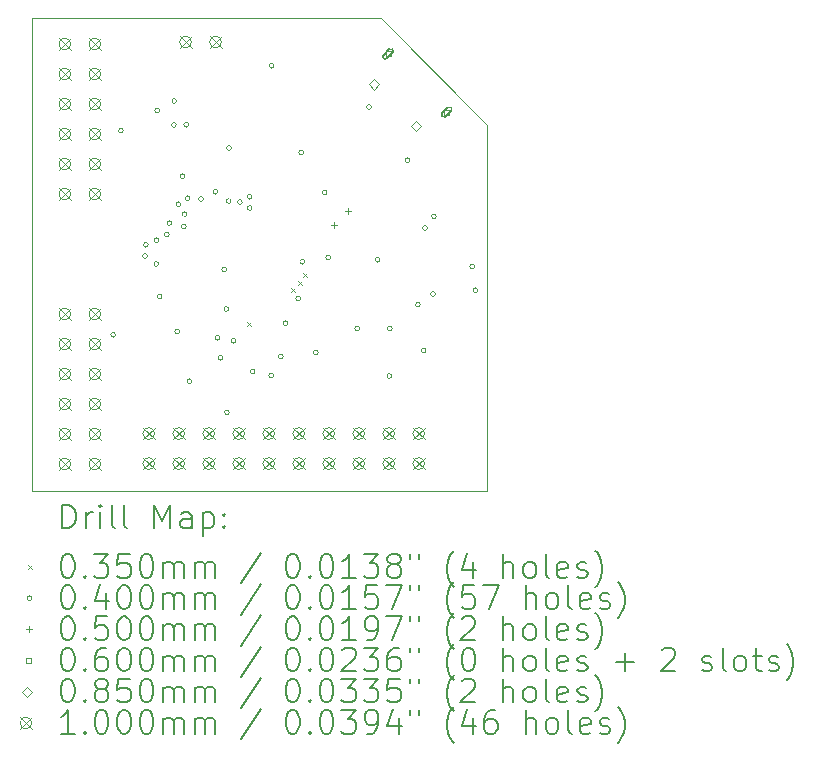
<source format=gbr>
%FSLAX45Y45*%
G04 Gerber Fmt 4.5, Leading zero omitted, Abs format (unit mm)*
G04 Created by KiCad (PCBNEW (6.0.0-0)) date 2022-07-07 12:11:14*
%MOMM*%
%LPD*%
G01*
G04 APERTURE LIST*
%TA.AperFunction,Profile*%
%ADD10C,0.100000*%
%TD*%
%ADD11C,0.200000*%
%ADD12C,0.035000*%
%ADD13C,0.040000*%
%ADD14C,0.050000*%
%ADD15C,0.060000*%
%ADD16C,0.085000*%
%ADD17C,0.100000*%
G04 APERTURE END LIST*
D10*
X11450000Y-8050000D02*
X11450000Y-11150000D01*
X11450000Y-11150000D02*
X7600000Y-11150000D01*
X7600000Y-11150000D02*
X7600000Y-7150000D01*
X7600000Y-7150000D02*
X10550000Y-7150000D01*
X10550000Y-7150000D02*
X11450000Y-8050000D01*
D11*
D12*
X9417500Y-9720000D02*
X9452500Y-9755000D01*
X9452500Y-9720000D02*
X9417500Y-9755000D01*
X9789995Y-9429995D02*
X9824995Y-9464995D01*
X9824995Y-9429995D02*
X9789995Y-9464995D01*
X9850244Y-9371490D02*
X9885244Y-9406490D01*
X9885244Y-9371490D02*
X9850244Y-9406490D01*
X9887500Y-9302500D02*
X9922500Y-9337500D01*
X9922500Y-9302500D02*
X9887500Y-9337500D01*
D13*
X8303410Y-9828722D02*
G75*
G03*
X8303410Y-9828722I-20000J0D01*
G01*
X8370000Y-8100000D02*
G75*
G03*
X8370000Y-8100000I-20000J0D01*
G01*
X8572450Y-9160936D02*
G75*
G03*
X8572450Y-9160936I-20000J0D01*
G01*
X8581026Y-9066373D02*
G75*
G03*
X8581026Y-9066373I-20000J0D01*
G01*
X8668795Y-9228386D02*
G75*
G03*
X8668795Y-9228386I-20000J0D01*
G01*
X8670653Y-9026816D02*
G75*
G03*
X8670653Y-9026816I-20000J0D01*
G01*
X8677630Y-7929829D02*
G75*
G03*
X8677630Y-7929829I-20000J0D01*
G01*
X8697500Y-9505000D02*
G75*
G03*
X8697500Y-9505000I-20000J0D01*
G01*
X8758700Y-8979510D02*
G75*
G03*
X8758700Y-8979510I-20000J0D01*
G01*
X8780623Y-8881993D02*
G75*
G03*
X8780623Y-8881993I-20000J0D01*
G01*
X8817450Y-8051230D02*
G75*
G03*
X8817450Y-8051230I-20000J0D01*
G01*
X8821230Y-7848770D02*
G75*
G03*
X8821230Y-7848770I-20000J0D01*
G01*
X8846313Y-9800000D02*
G75*
G03*
X8846313Y-9800000I-20000J0D01*
G01*
X8855557Y-8721968D02*
G75*
G03*
X8855557Y-8721968I-20000J0D01*
G01*
X8892500Y-8485000D02*
G75*
G03*
X8892500Y-8485000I-20000J0D01*
G01*
X8901686Y-8912367D02*
G75*
G03*
X8901686Y-8912367I-20000J0D01*
G01*
X8909083Y-8806055D02*
G75*
G03*
X8909083Y-8806055I-20000J0D01*
G01*
X8922550Y-8050000D02*
G75*
G03*
X8922550Y-8050000I-20000J0D01*
G01*
X8935767Y-8671155D02*
G75*
G03*
X8935767Y-8671155I-20000J0D01*
G01*
X8950000Y-10222500D02*
G75*
G03*
X8950000Y-10222500I-20000J0D01*
G01*
X9047599Y-8678732D02*
G75*
G03*
X9047599Y-8678732I-20000J0D01*
G01*
X9168672Y-8618583D02*
G75*
G03*
X9168672Y-8618583I-20000J0D01*
G01*
X9187600Y-9853828D02*
G75*
G03*
X9187600Y-9853828I-20000J0D01*
G01*
X9212500Y-10022500D02*
G75*
G03*
X9212500Y-10022500I-20000J0D01*
G01*
X9245000Y-9275000D02*
G75*
G03*
X9245000Y-9275000I-20000J0D01*
G01*
X9262500Y-9610000D02*
G75*
G03*
X9262500Y-9610000I-20000J0D01*
G01*
X9267500Y-10485000D02*
G75*
G03*
X9267500Y-10485000I-20000J0D01*
G01*
X9281995Y-8696038D02*
G75*
G03*
X9281995Y-8696038I-20000J0D01*
G01*
X9285000Y-8247500D02*
G75*
G03*
X9285000Y-8247500I-20000J0D01*
G01*
X9322500Y-9880000D02*
G75*
G03*
X9322500Y-9880000I-20000J0D01*
G01*
X9376565Y-8704521D02*
G75*
G03*
X9376565Y-8704521I-20000J0D01*
G01*
X9460099Y-8754331D02*
G75*
G03*
X9460099Y-8754331I-20000J0D01*
G01*
X9460099Y-8659380D02*
G75*
G03*
X9460099Y-8659380I-20000J0D01*
G01*
X9484675Y-10139675D02*
G75*
G03*
X9484675Y-10139675I-20000J0D01*
G01*
X9642500Y-10172500D02*
G75*
G03*
X9642500Y-10172500I-20000J0D01*
G01*
X9645000Y-7550000D02*
G75*
G03*
X9645000Y-7550000I-20000J0D01*
G01*
X9724056Y-10010944D02*
G75*
G03*
X9724056Y-10010944I-20000J0D01*
G01*
X9762500Y-9730000D02*
G75*
G03*
X9762500Y-9730000I-20000J0D01*
G01*
X9870275Y-9520887D02*
G75*
G03*
X9870275Y-9520887I-20000J0D01*
G01*
X9895000Y-8285000D02*
G75*
G03*
X9895000Y-8285000I-20000J0D01*
G01*
X9905000Y-9210000D02*
G75*
G03*
X9905000Y-9210000I-20000J0D01*
G01*
X10020000Y-9980000D02*
G75*
G03*
X10020000Y-9980000I-20000J0D01*
G01*
X10095000Y-8625000D02*
G75*
G03*
X10095000Y-8625000I-20000J0D01*
G01*
X10125000Y-9175000D02*
G75*
G03*
X10125000Y-9175000I-20000J0D01*
G01*
X10370000Y-9775000D02*
G75*
G03*
X10370000Y-9775000I-20000J0D01*
G01*
X10470000Y-7900000D02*
G75*
G03*
X10470000Y-7900000I-20000J0D01*
G01*
X10542500Y-9192500D02*
G75*
G03*
X10542500Y-9192500I-20000J0D01*
G01*
X10642500Y-10177500D02*
G75*
G03*
X10642500Y-10177500I-20000J0D01*
G01*
X10645000Y-9775000D02*
G75*
G03*
X10645000Y-9775000I-20000J0D01*
G01*
X10795000Y-8350000D02*
G75*
G03*
X10795000Y-8350000I-20000J0D01*
G01*
X10884420Y-9572747D02*
G75*
G03*
X10884420Y-9572747I-20000J0D01*
G01*
X10932500Y-9962500D02*
G75*
G03*
X10932500Y-9962500I-20000J0D01*
G01*
X10945000Y-8925000D02*
G75*
G03*
X10945000Y-8925000I-20000J0D01*
G01*
X11011272Y-9482945D02*
G75*
G03*
X11011272Y-9482945I-20000J0D01*
G01*
X11020000Y-8825000D02*
G75*
G03*
X11020000Y-8825000I-20000J0D01*
G01*
X11345000Y-9250000D02*
G75*
G03*
X11345000Y-9250000I-20000J0D01*
G01*
X11370000Y-9450000D02*
G75*
G03*
X11370000Y-9450000I-20000J0D01*
G01*
D14*
X10150000Y-8875000D02*
X10150000Y-8925000D01*
X10125000Y-8900000D02*
X10175000Y-8900000D01*
X10270208Y-8754792D02*
X10270208Y-8804792D01*
X10245208Y-8779792D02*
X10295208Y-8779792D01*
D15*
X10634060Y-7468790D02*
X10634060Y-7426363D01*
X10591634Y-7426363D01*
X10591634Y-7468790D01*
X10634060Y-7468790D01*
D11*
X10602240Y-7486468D02*
X10651738Y-7436970D01*
X10573956Y-7458183D02*
X10623454Y-7408686D01*
X10651738Y-7436970D02*
G75*
G03*
X10623454Y-7408686I-14142J14142D01*
G01*
X10573956Y-7458183D02*
G75*
G03*
X10602240Y-7486467I14142J-14142D01*
G01*
D15*
X11129035Y-7963765D02*
X11129035Y-7921338D01*
X11086608Y-7921338D01*
X11086608Y-7963765D01*
X11129035Y-7963765D01*
D11*
X11118428Y-7903660D02*
X11068931Y-7953158D01*
X11146713Y-7931945D02*
X11097215Y-7981442D01*
X11068931Y-7953158D02*
G75*
G03*
X11097215Y-7981442I14142J-14142D01*
G01*
X11146713Y-7931945D02*
G75*
G03*
X11118428Y-7903661I-14142J14142D01*
G01*
D16*
X10492639Y-7751706D02*
X10535139Y-7709206D01*
X10492639Y-7666706D01*
X10450139Y-7709206D01*
X10492639Y-7751706D01*
X10846192Y-8105260D02*
X10888692Y-8062760D01*
X10846192Y-8020260D01*
X10803692Y-8062760D01*
X10846192Y-8105260D01*
D17*
X7824000Y-7316000D02*
X7924000Y-7416000D01*
X7924000Y-7316000D02*
X7824000Y-7416000D01*
X7924000Y-7366000D02*
G75*
G03*
X7924000Y-7366000I-50000J0D01*
G01*
X7824000Y-7570000D02*
X7924000Y-7670000D01*
X7924000Y-7570000D02*
X7824000Y-7670000D01*
X7924000Y-7620000D02*
G75*
G03*
X7924000Y-7620000I-50000J0D01*
G01*
X7824000Y-7824000D02*
X7924000Y-7924000D01*
X7924000Y-7824000D02*
X7824000Y-7924000D01*
X7924000Y-7874000D02*
G75*
G03*
X7924000Y-7874000I-50000J0D01*
G01*
X7824000Y-8078000D02*
X7924000Y-8178000D01*
X7924000Y-8078000D02*
X7824000Y-8178000D01*
X7924000Y-8128000D02*
G75*
G03*
X7924000Y-8128000I-50000J0D01*
G01*
X7824000Y-8332000D02*
X7924000Y-8432000D01*
X7924000Y-8332000D02*
X7824000Y-8432000D01*
X7924000Y-8382000D02*
G75*
G03*
X7924000Y-8382000I-50000J0D01*
G01*
X7824000Y-8586000D02*
X7924000Y-8686000D01*
X7924000Y-8586000D02*
X7824000Y-8686000D01*
X7924000Y-8636000D02*
G75*
G03*
X7924000Y-8636000I-50000J0D01*
G01*
X7824000Y-9602000D02*
X7924000Y-9702000D01*
X7924000Y-9602000D02*
X7824000Y-9702000D01*
X7924000Y-9652000D02*
G75*
G03*
X7924000Y-9652000I-50000J0D01*
G01*
X7824000Y-9856000D02*
X7924000Y-9956000D01*
X7924000Y-9856000D02*
X7824000Y-9956000D01*
X7924000Y-9906000D02*
G75*
G03*
X7924000Y-9906000I-50000J0D01*
G01*
X7824000Y-10110000D02*
X7924000Y-10210000D01*
X7924000Y-10110000D02*
X7824000Y-10210000D01*
X7924000Y-10160000D02*
G75*
G03*
X7924000Y-10160000I-50000J0D01*
G01*
X7824000Y-10364000D02*
X7924000Y-10464000D01*
X7924000Y-10364000D02*
X7824000Y-10464000D01*
X7924000Y-10414000D02*
G75*
G03*
X7924000Y-10414000I-50000J0D01*
G01*
X7824000Y-10618000D02*
X7924000Y-10718000D01*
X7924000Y-10618000D02*
X7824000Y-10718000D01*
X7924000Y-10668000D02*
G75*
G03*
X7924000Y-10668000I-50000J0D01*
G01*
X7824000Y-10872000D02*
X7924000Y-10972000D01*
X7924000Y-10872000D02*
X7824000Y-10972000D01*
X7924000Y-10922000D02*
G75*
G03*
X7924000Y-10922000I-50000J0D01*
G01*
X8078000Y-7316000D02*
X8178000Y-7416000D01*
X8178000Y-7316000D02*
X8078000Y-7416000D01*
X8178000Y-7366000D02*
G75*
G03*
X8178000Y-7366000I-50000J0D01*
G01*
X8078000Y-7570000D02*
X8178000Y-7670000D01*
X8178000Y-7570000D02*
X8078000Y-7670000D01*
X8178000Y-7620000D02*
G75*
G03*
X8178000Y-7620000I-50000J0D01*
G01*
X8078000Y-7824000D02*
X8178000Y-7924000D01*
X8178000Y-7824000D02*
X8078000Y-7924000D01*
X8178000Y-7874000D02*
G75*
G03*
X8178000Y-7874000I-50000J0D01*
G01*
X8078000Y-8078000D02*
X8178000Y-8178000D01*
X8178000Y-8078000D02*
X8078000Y-8178000D01*
X8178000Y-8128000D02*
G75*
G03*
X8178000Y-8128000I-50000J0D01*
G01*
X8078000Y-8332000D02*
X8178000Y-8432000D01*
X8178000Y-8332000D02*
X8078000Y-8432000D01*
X8178000Y-8382000D02*
G75*
G03*
X8178000Y-8382000I-50000J0D01*
G01*
X8078000Y-8586000D02*
X8178000Y-8686000D01*
X8178000Y-8586000D02*
X8078000Y-8686000D01*
X8178000Y-8636000D02*
G75*
G03*
X8178000Y-8636000I-50000J0D01*
G01*
X8078000Y-9602000D02*
X8178000Y-9702000D01*
X8178000Y-9602000D02*
X8078000Y-9702000D01*
X8178000Y-9652000D02*
G75*
G03*
X8178000Y-9652000I-50000J0D01*
G01*
X8078000Y-9856000D02*
X8178000Y-9956000D01*
X8178000Y-9856000D02*
X8078000Y-9956000D01*
X8178000Y-9906000D02*
G75*
G03*
X8178000Y-9906000I-50000J0D01*
G01*
X8078000Y-10110000D02*
X8178000Y-10210000D01*
X8178000Y-10110000D02*
X8078000Y-10210000D01*
X8178000Y-10160000D02*
G75*
G03*
X8178000Y-10160000I-50000J0D01*
G01*
X8078000Y-10364000D02*
X8178000Y-10464000D01*
X8178000Y-10364000D02*
X8078000Y-10464000D01*
X8178000Y-10414000D02*
G75*
G03*
X8178000Y-10414000I-50000J0D01*
G01*
X8078000Y-10618000D02*
X8178000Y-10718000D01*
X8178000Y-10618000D02*
X8078000Y-10718000D01*
X8178000Y-10668000D02*
G75*
G03*
X8178000Y-10668000I-50000J0D01*
G01*
X8078000Y-10872000D02*
X8178000Y-10972000D01*
X8178000Y-10872000D02*
X8078000Y-10972000D01*
X8178000Y-10922000D02*
G75*
G03*
X8178000Y-10922000I-50000J0D01*
G01*
X8535200Y-10614800D02*
X8635200Y-10714800D01*
X8635200Y-10614800D02*
X8535200Y-10714800D01*
X8635200Y-10664800D02*
G75*
G03*
X8635200Y-10664800I-50000J0D01*
G01*
X8535200Y-10868800D02*
X8635200Y-10968800D01*
X8635200Y-10868800D02*
X8535200Y-10968800D01*
X8635200Y-10918800D02*
G75*
G03*
X8635200Y-10918800I-50000J0D01*
G01*
X8789200Y-10614800D02*
X8889200Y-10714800D01*
X8889200Y-10614800D02*
X8789200Y-10714800D01*
X8889200Y-10664800D02*
G75*
G03*
X8889200Y-10664800I-50000J0D01*
G01*
X8789200Y-10868800D02*
X8889200Y-10968800D01*
X8889200Y-10868800D02*
X8789200Y-10968800D01*
X8889200Y-10918800D02*
G75*
G03*
X8889200Y-10918800I-50000J0D01*
G01*
X8847500Y-7300000D02*
X8947500Y-7400000D01*
X8947500Y-7300000D02*
X8847500Y-7400000D01*
X8947500Y-7350000D02*
G75*
G03*
X8947500Y-7350000I-50000J0D01*
G01*
X9043200Y-10614800D02*
X9143200Y-10714800D01*
X9143200Y-10614800D02*
X9043200Y-10714800D01*
X9143200Y-10664800D02*
G75*
G03*
X9143200Y-10664800I-50000J0D01*
G01*
X9043200Y-10868800D02*
X9143200Y-10968800D01*
X9143200Y-10868800D02*
X9043200Y-10968800D01*
X9143200Y-10918800D02*
G75*
G03*
X9143200Y-10918800I-50000J0D01*
G01*
X9101500Y-7300000D02*
X9201500Y-7400000D01*
X9201500Y-7300000D02*
X9101500Y-7400000D01*
X9201500Y-7350000D02*
G75*
G03*
X9201500Y-7350000I-50000J0D01*
G01*
X9297200Y-10614800D02*
X9397200Y-10714800D01*
X9397200Y-10614800D02*
X9297200Y-10714800D01*
X9397200Y-10664800D02*
G75*
G03*
X9397200Y-10664800I-50000J0D01*
G01*
X9297200Y-10868800D02*
X9397200Y-10968800D01*
X9397200Y-10868800D02*
X9297200Y-10968800D01*
X9397200Y-10918800D02*
G75*
G03*
X9397200Y-10918800I-50000J0D01*
G01*
X9551200Y-10614800D02*
X9651200Y-10714800D01*
X9651200Y-10614800D02*
X9551200Y-10714800D01*
X9651200Y-10664800D02*
G75*
G03*
X9651200Y-10664800I-50000J0D01*
G01*
X9551200Y-10868800D02*
X9651200Y-10968800D01*
X9651200Y-10868800D02*
X9551200Y-10968800D01*
X9651200Y-10918800D02*
G75*
G03*
X9651200Y-10918800I-50000J0D01*
G01*
X9805200Y-10614800D02*
X9905200Y-10714800D01*
X9905200Y-10614800D02*
X9805200Y-10714800D01*
X9905200Y-10664800D02*
G75*
G03*
X9905200Y-10664800I-50000J0D01*
G01*
X9805200Y-10868800D02*
X9905200Y-10968800D01*
X9905200Y-10868800D02*
X9805200Y-10968800D01*
X9905200Y-10918800D02*
G75*
G03*
X9905200Y-10918800I-50000J0D01*
G01*
X10059200Y-10614800D02*
X10159200Y-10714800D01*
X10159200Y-10614800D02*
X10059200Y-10714800D01*
X10159200Y-10664800D02*
G75*
G03*
X10159200Y-10664800I-50000J0D01*
G01*
X10059200Y-10868800D02*
X10159200Y-10968800D01*
X10159200Y-10868800D02*
X10059200Y-10968800D01*
X10159200Y-10918800D02*
G75*
G03*
X10159200Y-10918800I-50000J0D01*
G01*
X10313200Y-10614800D02*
X10413200Y-10714800D01*
X10413200Y-10614800D02*
X10313200Y-10714800D01*
X10413200Y-10664800D02*
G75*
G03*
X10413200Y-10664800I-50000J0D01*
G01*
X10313200Y-10868800D02*
X10413200Y-10968800D01*
X10413200Y-10868800D02*
X10313200Y-10968800D01*
X10413200Y-10918800D02*
G75*
G03*
X10413200Y-10918800I-50000J0D01*
G01*
X10567200Y-10614800D02*
X10667200Y-10714800D01*
X10667200Y-10614800D02*
X10567200Y-10714800D01*
X10667200Y-10664800D02*
G75*
G03*
X10667200Y-10664800I-50000J0D01*
G01*
X10567200Y-10868800D02*
X10667200Y-10968800D01*
X10667200Y-10868800D02*
X10567200Y-10968800D01*
X10667200Y-10918800D02*
G75*
G03*
X10667200Y-10918800I-50000J0D01*
G01*
X10821200Y-10614800D02*
X10921200Y-10714800D01*
X10921200Y-10614800D02*
X10821200Y-10714800D01*
X10921200Y-10664800D02*
G75*
G03*
X10921200Y-10664800I-50000J0D01*
G01*
X10821200Y-10868800D02*
X10921200Y-10968800D01*
X10921200Y-10868800D02*
X10821200Y-10968800D01*
X10921200Y-10918800D02*
G75*
G03*
X10921200Y-10918800I-50000J0D01*
G01*
D11*
X7852619Y-11465476D02*
X7852619Y-11265476D01*
X7900238Y-11265476D01*
X7928809Y-11275000D01*
X7947857Y-11294048D01*
X7957381Y-11313095D01*
X7966905Y-11351190D01*
X7966905Y-11379762D01*
X7957381Y-11417857D01*
X7947857Y-11436905D01*
X7928809Y-11455952D01*
X7900238Y-11465476D01*
X7852619Y-11465476D01*
X8052619Y-11465476D02*
X8052619Y-11332143D01*
X8052619Y-11370238D02*
X8062143Y-11351190D01*
X8071667Y-11341667D01*
X8090714Y-11332143D01*
X8109762Y-11332143D01*
X8176428Y-11465476D02*
X8176428Y-11332143D01*
X8176428Y-11265476D02*
X8166905Y-11275000D01*
X8176428Y-11284524D01*
X8185952Y-11275000D01*
X8176428Y-11265476D01*
X8176428Y-11284524D01*
X8300238Y-11465476D02*
X8281190Y-11455952D01*
X8271667Y-11436905D01*
X8271667Y-11265476D01*
X8405000Y-11465476D02*
X8385952Y-11455952D01*
X8376428Y-11436905D01*
X8376428Y-11265476D01*
X8633571Y-11465476D02*
X8633571Y-11265476D01*
X8700238Y-11408333D01*
X8766905Y-11265476D01*
X8766905Y-11465476D01*
X8947857Y-11465476D02*
X8947857Y-11360714D01*
X8938333Y-11341667D01*
X8919286Y-11332143D01*
X8881190Y-11332143D01*
X8862143Y-11341667D01*
X8947857Y-11455952D02*
X8928810Y-11465476D01*
X8881190Y-11465476D01*
X8862143Y-11455952D01*
X8852619Y-11436905D01*
X8852619Y-11417857D01*
X8862143Y-11398809D01*
X8881190Y-11389286D01*
X8928810Y-11389286D01*
X8947857Y-11379762D01*
X9043095Y-11332143D02*
X9043095Y-11532143D01*
X9043095Y-11341667D02*
X9062143Y-11332143D01*
X9100238Y-11332143D01*
X9119286Y-11341667D01*
X9128810Y-11351190D01*
X9138333Y-11370238D01*
X9138333Y-11427381D01*
X9128810Y-11446428D01*
X9119286Y-11455952D01*
X9100238Y-11465476D01*
X9062143Y-11465476D01*
X9043095Y-11455952D01*
X9224048Y-11446428D02*
X9233571Y-11455952D01*
X9224048Y-11465476D01*
X9214524Y-11455952D01*
X9224048Y-11446428D01*
X9224048Y-11465476D01*
X9224048Y-11341667D02*
X9233571Y-11351190D01*
X9224048Y-11360714D01*
X9214524Y-11351190D01*
X9224048Y-11341667D01*
X9224048Y-11360714D01*
D12*
X7560000Y-11777500D02*
X7595000Y-11812500D01*
X7595000Y-11777500D02*
X7560000Y-11812500D01*
D11*
X7890714Y-11685476D02*
X7909762Y-11685476D01*
X7928809Y-11695000D01*
X7938333Y-11704524D01*
X7947857Y-11723571D01*
X7957381Y-11761667D01*
X7957381Y-11809286D01*
X7947857Y-11847381D01*
X7938333Y-11866428D01*
X7928809Y-11875952D01*
X7909762Y-11885476D01*
X7890714Y-11885476D01*
X7871667Y-11875952D01*
X7862143Y-11866428D01*
X7852619Y-11847381D01*
X7843095Y-11809286D01*
X7843095Y-11761667D01*
X7852619Y-11723571D01*
X7862143Y-11704524D01*
X7871667Y-11695000D01*
X7890714Y-11685476D01*
X8043095Y-11866428D02*
X8052619Y-11875952D01*
X8043095Y-11885476D01*
X8033571Y-11875952D01*
X8043095Y-11866428D01*
X8043095Y-11885476D01*
X8119286Y-11685476D02*
X8243095Y-11685476D01*
X8176428Y-11761667D01*
X8205000Y-11761667D01*
X8224048Y-11771190D01*
X8233571Y-11780714D01*
X8243095Y-11799762D01*
X8243095Y-11847381D01*
X8233571Y-11866428D01*
X8224048Y-11875952D01*
X8205000Y-11885476D01*
X8147857Y-11885476D01*
X8128809Y-11875952D01*
X8119286Y-11866428D01*
X8424048Y-11685476D02*
X8328809Y-11685476D01*
X8319286Y-11780714D01*
X8328809Y-11771190D01*
X8347857Y-11761667D01*
X8395476Y-11761667D01*
X8414524Y-11771190D01*
X8424048Y-11780714D01*
X8433571Y-11799762D01*
X8433571Y-11847381D01*
X8424048Y-11866428D01*
X8414524Y-11875952D01*
X8395476Y-11885476D01*
X8347857Y-11885476D01*
X8328809Y-11875952D01*
X8319286Y-11866428D01*
X8557381Y-11685476D02*
X8576429Y-11685476D01*
X8595476Y-11695000D01*
X8605000Y-11704524D01*
X8614524Y-11723571D01*
X8624048Y-11761667D01*
X8624048Y-11809286D01*
X8614524Y-11847381D01*
X8605000Y-11866428D01*
X8595476Y-11875952D01*
X8576429Y-11885476D01*
X8557381Y-11885476D01*
X8538333Y-11875952D01*
X8528810Y-11866428D01*
X8519286Y-11847381D01*
X8509762Y-11809286D01*
X8509762Y-11761667D01*
X8519286Y-11723571D01*
X8528810Y-11704524D01*
X8538333Y-11695000D01*
X8557381Y-11685476D01*
X8709762Y-11885476D02*
X8709762Y-11752143D01*
X8709762Y-11771190D02*
X8719286Y-11761667D01*
X8738333Y-11752143D01*
X8766905Y-11752143D01*
X8785952Y-11761667D01*
X8795476Y-11780714D01*
X8795476Y-11885476D01*
X8795476Y-11780714D02*
X8805000Y-11761667D01*
X8824048Y-11752143D01*
X8852619Y-11752143D01*
X8871667Y-11761667D01*
X8881190Y-11780714D01*
X8881190Y-11885476D01*
X8976429Y-11885476D02*
X8976429Y-11752143D01*
X8976429Y-11771190D02*
X8985952Y-11761667D01*
X9005000Y-11752143D01*
X9033571Y-11752143D01*
X9052619Y-11761667D01*
X9062143Y-11780714D01*
X9062143Y-11885476D01*
X9062143Y-11780714D02*
X9071667Y-11761667D01*
X9090714Y-11752143D01*
X9119286Y-11752143D01*
X9138333Y-11761667D01*
X9147857Y-11780714D01*
X9147857Y-11885476D01*
X9538333Y-11675952D02*
X9366905Y-11933095D01*
X9795476Y-11685476D02*
X9814524Y-11685476D01*
X9833571Y-11695000D01*
X9843095Y-11704524D01*
X9852619Y-11723571D01*
X9862143Y-11761667D01*
X9862143Y-11809286D01*
X9852619Y-11847381D01*
X9843095Y-11866428D01*
X9833571Y-11875952D01*
X9814524Y-11885476D01*
X9795476Y-11885476D01*
X9776429Y-11875952D01*
X9766905Y-11866428D01*
X9757381Y-11847381D01*
X9747857Y-11809286D01*
X9747857Y-11761667D01*
X9757381Y-11723571D01*
X9766905Y-11704524D01*
X9776429Y-11695000D01*
X9795476Y-11685476D01*
X9947857Y-11866428D02*
X9957381Y-11875952D01*
X9947857Y-11885476D01*
X9938333Y-11875952D01*
X9947857Y-11866428D01*
X9947857Y-11885476D01*
X10081190Y-11685476D02*
X10100238Y-11685476D01*
X10119286Y-11695000D01*
X10128810Y-11704524D01*
X10138333Y-11723571D01*
X10147857Y-11761667D01*
X10147857Y-11809286D01*
X10138333Y-11847381D01*
X10128810Y-11866428D01*
X10119286Y-11875952D01*
X10100238Y-11885476D01*
X10081190Y-11885476D01*
X10062143Y-11875952D01*
X10052619Y-11866428D01*
X10043095Y-11847381D01*
X10033571Y-11809286D01*
X10033571Y-11761667D01*
X10043095Y-11723571D01*
X10052619Y-11704524D01*
X10062143Y-11695000D01*
X10081190Y-11685476D01*
X10338333Y-11885476D02*
X10224048Y-11885476D01*
X10281190Y-11885476D02*
X10281190Y-11685476D01*
X10262143Y-11714048D01*
X10243095Y-11733095D01*
X10224048Y-11742619D01*
X10405000Y-11685476D02*
X10528810Y-11685476D01*
X10462143Y-11761667D01*
X10490714Y-11761667D01*
X10509762Y-11771190D01*
X10519286Y-11780714D01*
X10528810Y-11799762D01*
X10528810Y-11847381D01*
X10519286Y-11866428D01*
X10509762Y-11875952D01*
X10490714Y-11885476D01*
X10433571Y-11885476D01*
X10414524Y-11875952D01*
X10405000Y-11866428D01*
X10643095Y-11771190D02*
X10624048Y-11761667D01*
X10614524Y-11752143D01*
X10605000Y-11733095D01*
X10605000Y-11723571D01*
X10614524Y-11704524D01*
X10624048Y-11695000D01*
X10643095Y-11685476D01*
X10681190Y-11685476D01*
X10700238Y-11695000D01*
X10709762Y-11704524D01*
X10719286Y-11723571D01*
X10719286Y-11733095D01*
X10709762Y-11752143D01*
X10700238Y-11761667D01*
X10681190Y-11771190D01*
X10643095Y-11771190D01*
X10624048Y-11780714D01*
X10614524Y-11790238D01*
X10605000Y-11809286D01*
X10605000Y-11847381D01*
X10614524Y-11866428D01*
X10624048Y-11875952D01*
X10643095Y-11885476D01*
X10681190Y-11885476D01*
X10700238Y-11875952D01*
X10709762Y-11866428D01*
X10719286Y-11847381D01*
X10719286Y-11809286D01*
X10709762Y-11790238D01*
X10700238Y-11780714D01*
X10681190Y-11771190D01*
X10795476Y-11685476D02*
X10795476Y-11723571D01*
X10871667Y-11685476D02*
X10871667Y-11723571D01*
X11166905Y-11961667D02*
X11157381Y-11952143D01*
X11138333Y-11923571D01*
X11128810Y-11904524D01*
X11119286Y-11875952D01*
X11109762Y-11828333D01*
X11109762Y-11790238D01*
X11119286Y-11742619D01*
X11128810Y-11714048D01*
X11138333Y-11695000D01*
X11157381Y-11666428D01*
X11166905Y-11656905D01*
X11328809Y-11752143D02*
X11328809Y-11885476D01*
X11281190Y-11675952D02*
X11233571Y-11818809D01*
X11357381Y-11818809D01*
X11585952Y-11885476D02*
X11585952Y-11685476D01*
X11671667Y-11885476D02*
X11671667Y-11780714D01*
X11662143Y-11761667D01*
X11643095Y-11752143D01*
X11614524Y-11752143D01*
X11595476Y-11761667D01*
X11585952Y-11771190D01*
X11795476Y-11885476D02*
X11776428Y-11875952D01*
X11766905Y-11866428D01*
X11757381Y-11847381D01*
X11757381Y-11790238D01*
X11766905Y-11771190D01*
X11776428Y-11761667D01*
X11795476Y-11752143D01*
X11824048Y-11752143D01*
X11843095Y-11761667D01*
X11852619Y-11771190D01*
X11862143Y-11790238D01*
X11862143Y-11847381D01*
X11852619Y-11866428D01*
X11843095Y-11875952D01*
X11824048Y-11885476D01*
X11795476Y-11885476D01*
X11976428Y-11885476D02*
X11957381Y-11875952D01*
X11947857Y-11856905D01*
X11947857Y-11685476D01*
X12128809Y-11875952D02*
X12109762Y-11885476D01*
X12071667Y-11885476D01*
X12052619Y-11875952D01*
X12043095Y-11856905D01*
X12043095Y-11780714D01*
X12052619Y-11761667D01*
X12071667Y-11752143D01*
X12109762Y-11752143D01*
X12128809Y-11761667D01*
X12138333Y-11780714D01*
X12138333Y-11799762D01*
X12043095Y-11818809D01*
X12214524Y-11875952D02*
X12233571Y-11885476D01*
X12271667Y-11885476D01*
X12290714Y-11875952D01*
X12300238Y-11856905D01*
X12300238Y-11847381D01*
X12290714Y-11828333D01*
X12271667Y-11818809D01*
X12243095Y-11818809D01*
X12224048Y-11809286D01*
X12214524Y-11790238D01*
X12214524Y-11780714D01*
X12224048Y-11761667D01*
X12243095Y-11752143D01*
X12271667Y-11752143D01*
X12290714Y-11761667D01*
X12366905Y-11961667D02*
X12376428Y-11952143D01*
X12395476Y-11923571D01*
X12405000Y-11904524D01*
X12414524Y-11875952D01*
X12424048Y-11828333D01*
X12424048Y-11790238D01*
X12414524Y-11742619D01*
X12405000Y-11714048D01*
X12395476Y-11695000D01*
X12376428Y-11666428D01*
X12366905Y-11656905D01*
D13*
X7595000Y-12059000D02*
G75*
G03*
X7595000Y-12059000I-20000J0D01*
G01*
D11*
X7890714Y-11949476D02*
X7909762Y-11949476D01*
X7928809Y-11959000D01*
X7938333Y-11968524D01*
X7947857Y-11987571D01*
X7957381Y-12025667D01*
X7957381Y-12073286D01*
X7947857Y-12111381D01*
X7938333Y-12130428D01*
X7928809Y-12139952D01*
X7909762Y-12149476D01*
X7890714Y-12149476D01*
X7871667Y-12139952D01*
X7862143Y-12130428D01*
X7852619Y-12111381D01*
X7843095Y-12073286D01*
X7843095Y-12025667D01*
X7852619Y-11987571D01*
X7862143Y-11968524D01*
X7871667Y-11959000D01*
X7890714Y-11949476D01*
X8043095Y-12130428D02*
X8052619Y-12139952D01*
X8043095Y-12149476D01*
X8033571Y-12139952D01*
X8043095Y-12130428D01*
X8043095Y-12149476D01*
X8224048Y-12016143D02*
X8224048Y-12149476D01*
X8176428Y-11939952D02*
X8128809Y-12082809D01*
X8252619Y-12082809D01*
X8366905Y-11949476D02*
X8385952Y-11949476D01*
X8405000Y-11959000D01*
X8414524Y-11968524D01*
X8424048Y-11987571D01*
X8433571Y-12025667D01*
X8433571Y-12073286D01*
X8424048Y-12111381D01*
X8414524Y-12130428D01*
X8405000Y-12139952D01*
X8385952Y-12149476D01*
X8366905Y-12149476D01*
X8347857Y-12139952D01*
X8338333Y-12130428D01*
X8328809Y-12111381D01*
X8319286Y-12073286D01*
X8319286Y-12025667D01*
X8328809Y-11987571D01*
X8338333Y-11968524D01*
X8347857Y-11959000D01*
X8366905Y-11949476D01*
X8557381Y-11949476D02*
X8576429Y-11949476D01*
X8595476Y-11959000D01*
X8605000Y-11968524D01*
X8614524Y-11987571D01*
X8624048Y-12025667D01*
X8624048Y-12073286D01*
X8614524Y-12111381D01*
X8605000Y-12130428D01*
X8595476Y-12139952D01*
X8576429Y-12149476D01*
X8557381Y-12149476D01*
X8538333Y-12139952D01*
X8528810Y-12130428D01*
X8519286Y-12111381D01*
X8509762Y-12073286D01*
X8509762Y-12025667D01*
X8519286Y-11987571D01*
X8528810Y-11968524D01*
X8538333Y-11959000D01*
X8557381Y-11949476D01*
X8709762Y-12149476D02*
X8709762Y-12016143D01*
X8709762Y-12035190D02*
X8719286Y-12025667D01*
X8738333Y-12016143D01*
X8766905Y-12016143D01*
X8785952Y-12025667D01*
X8795476Y-12044714D01*
X8795476Y-12149476D01*
X8795476Y-12044714D02*
X8805000Y-12025667D01*
X8824048Y-12016143D01*
X8852619Y-12016143D01*
X8871667Y-12025667D01*
X8881190Y-12044714D01*
X8881190Y-12149476D01*
X8976429Y-12149476D02*
X8976429Y-12016143D01*
X8976429Y-12035190D02*
X8985952Y-12025667D01*
X9005000Y-12016143D01*
X9033571Y-12016143D01*
X9052619Y-12025667D01*
X9062143Y-12044714D01*
X9062143Y-12149476D01*
X9062143Y-12044714D02*
X9071667Y-12025667D01*
X9090714Y-12016143D01*
X9119286Y-12016143D01*
X9138333Y-12025667D01*
X9147857Y-12044714D01*
X9147857Y-12149476D01*
X9538333Y-11939952D02*
X9366905Y-12197095D01*
X9795476Y-11949476D02*
X9814524Y-11949476D01*
X9833571Y-11959000D01*
X9843095Y-11968524D01*
X9852619Y-11987571D01*
X9862143Y-12025667D01*
X9862143Y-12073286D01*
X9852619Y-12111381D01*
X9843095Y-12130428D01*
X9833571Y-12139952D01*
X9814524Y-12149476D01*
X9795476Y-12149476D01*
X9776429Y-12139952D01*
X9766905Y-12130428D01*
X9757381Y-12111381D01*
X9747857Y-12073286D01*
X9747857Y-12025667D01*
X9757381Y-11987571D01*
X9766905Y-11968524D01*
X9776429Y-11959000D01*
X9795476Y-11949476D01*
X9947857Y-12130428D02*
X9957381Y-12139952D01*
X9947857Y-12149476D01*
X9938333Y-12139952D01*
X9947857Y-12130428D01*
X9947857Y-12149476D01*
X10081190Y-11949476D02*
X10100238Y-11949476D01*
X10119286Y-11959000D01*
X10128810Y-11968524D01*
X10138333Y-11987571D01*
X10147857Y-12025667D01*
X10147857Y-12073286D01*
X10138333Y-12111381D01*
X10128810Y-12130428D01*
X10119286Y-12139952D01*
X10100238Y-12149476D01*
X10081190Y-12149476D01*
X10062143Y-12139952D01*
X10052619Y-12130428D01*
X10043095Y-12111381D01*
X10033571Y-12073286D01*
X10033571Y-12025667D01*
X10043095Y-11987571D01*
X10052619Y-11968524D01*
X10062143Y-11959000D01*
X10081190Y-11949476D01*
X10338333Y-12149476D02*
X10224048Y-12149476D01*
X10281190Y-12149476D02*
X10281190Y-11949476D01*
X10262143Y-11978048D01*
X10243095Y-11997095D01*
X10224048Y-12006619D01*
X10519286Y-11949476D02*
X10424048Y-11949476D01*
X10414524Y-12044714D01*
X10424048Y-12035190D01*
X10443095Y-12025667D01*
X10490714Y-12025667D01*
X10509762Y-12035190D01*
X10519286Y-12044714D01*
X10528810Y-12063762D01*
X10528810Y-12111381D01*
X10519286Y-12130428D01*
X10509762Y-12139952D01*
X10490714Y-12149476D01*
X10443095Y-12149476D01*
X10424048Y-12139952D01*
X10414524Y-12130428D01*
X10595476Y-11949476D02*
X10728810Y-11949476D01*
X10643095Y-12149476D01*
X10795476Y-11949476D02*
X10795476Y-11987571D01*
X10871667Y-11949476D02*
X10871667Y-11987571D01*
X11166905Y-12225667D02*
X11157381Y-12216143D01*
X11138333Y-12187571D01*
X11128810Y-12168524D01*
X11119286Y-12139952D01*
X11109762Y-12092333D01*
X11109762Y-12054238D01*
X11119286Y-12006619D01*
X11128810Y-11978048D01*
X11138333Y-11959000D01*
X11157381Y-11930428D01*
X11166905Y-11920905D01*
X11338333Y-11949476D02*
X11243095Y-11949476D01*
X11233571Y-12044714D01*
X11243095Y-12035190D01*
X11262143Y-12025667D01*
X11309762Y-12025667D01*
X11328809Y-12035190D01*
X11338333Y-12044714D01*
X11347857Y-12063762D01*
X11347857Y-12111381D01*
X11338333Y-12130428D01*
X11328809Y-12139952D01*
X11309762Y-12149476D01*
X11262143Y-12149476D01*
X11243095Y-12139952D01*
X11233571Y-12130428D01*
X11414524Y-11949476D02*
X11547857Y-11949476D01*
X11462143Y-12149476D01*
X11776428Y-12149476D02*
X11776428Y-11949476D01*
X11862143Y-12149476D02*
X11862143Y-12044714D01*
X11852619Y-12025667D01*
X11833571Y-12016143D01*
X11805000Y-12016143D01*
X11785952Y-12025667D01*
X11776428Y-12035190D01*
X11985952Y-12149476D02*
X11966905Y-12139952D01*
X11957381Y-12130428D01*
X11947857Y-12111381D01*
X11947857Y-12054238D01*
X11957381Y-12035190D01*
X11966905Y-12025667D01*
X11985952Y-12016143D01*
X12014524Y-12016143D01*
X12033571Y-12025667D01*
X12043095Y-12035190D01*
X12052619Y-12054238D01*
X12052619Y-12111381D01*
X12043095Y-12130428D01*
X12033571Y-12139952D01*
X12014524Y-12149476D01*
X11985952Y-12149476D01*
X12166905Y-12149476D02*
X12147857Y-12139952D01*
X12138333Y-12120905D01*
X12138333Y-11949476D01*
X12319286Y-12139952D02*
X12300238Y-12149476D01*
X12262143Y-12149476D01*
X12243095Y-12139952D01*
X12233571Y-12120905D01*
X12233571Y-12044714D01*
X12243095Y-12025667D01*
X12262143Y-12016143D01*
X12300238Y-12016143D01*
X12319286Y-12025667D01*
X12328809Y-12044714D01*
X12328809Y-12063762D01*
X12233571Y-12082809D01*
X12405000Y-12139952D02*
X12424048Y-12149476D01*
X12462143Y-12149476D01*
X12481190Y-12139952D01*
X12490714Y-12120905D01*
X12490714Y-12111381D01*
X12481190Y-12092333D01*
X12462143Y-12082809D01*
X12433571Y-12082809D01*
X12414524Y-12073286D01*
X12405000Y-12054238D01*
X12405000Y-12044714D01*
X12414524Y-12025667D01*
X12433571Y-12016143D01*
X12462143Y-12016143D01*
X12481190Y-12025667D01*
X12557381Y-12225667D02*
X12566905Y-12216143D01*
X12585952Y-12187571D01*
X12595476Y-12168524D01*
X12605000Y-12139952D01*
X12614524Y-12092333D01*
X12614524Y-12054238D01*
X12605000Y-12006619D01*
X12595476Y-11978048D01*
X12585952Y-11959000D01*
X12566905Y-11930428D01*
X12557381Y-11920905D01*
D14*
X7570000Y-12298000D02*
X7570000Y-12348000D01*
X7545000Y-12323000D02*
X7595000Y-12323000D01*
D11*
X7890714Y-12213476D02*
X7909762Y-12213476D01*
X7928809Y-12223000D01*
X7938333Y-12232524D01*
X7947857Y-12251571D01*
X7957381Y-12289667D01*
X7957381Y-12337286D01*
X7947857Y-12375381D01*
X7938333Y-12394428D01*
X7928809Y-12403952D01*
X7909762Y-12413476D01*
X7890714Y-12413476D01*
X7871667Y-12403952D01*
X7862143Y-12394428D01*
X7852619Y-12375381D01*
X7843095Y-12337286D01*
X7843095Y-12289667D01*
X7852619Y-12251571D01*
X7862143Y-12232524D01*
X7871667Y-12223000D01*
X7890714Y-12213476D01*
X8043095Y-12394428D02*
X8052619Y-12403952D01*
X8043095Y-12413476D01*
X8033571Y-12403952D01*
X8043095Y-12394428D01*
X8043095Y-12413476D01*
X8233571Y-12213476D02*
X8138333Y-12213476D01*
X8128809Y-12308714D01*
X8138333Y-12299190D01*
X8157381Y-12289667D01*
X8205000Y-12289667D01*
X8224048Y-12299190D01*
X8233571Y-12308714D01*
X8243095Y-12327762D01*
X8243095Y-12375381D01*
X8233571Y-12394428D01*
X8224048Y-12403952D01*
X8205000Y-12413476D01*
X8157381Y-12413476D01*
X8138333Y-12403952D01*
X8128809Y-12394428D01*
X8366905Y-12213476D02*
X8385952Y-12213476D01*
X8405000Y-12223000D01*
X8414524Y-12232524D01*
X8424048Y-12251571D01*
X8433571Y-12289667D01*
X8433571Y-12337286D01*
X8424048Y-12375381D01*
X8414524Y-12394428D01*
X8405000Y-12403952D01*
X8385952Y-12413476D01*
X8366905Y-12413476D01*
X8347857Y-12403952D01*
X8338333Y-12394428D01*
X8328809Y-12375381D01*
X8319286Y-12337286D01*
X8319286Y-12289667D01*
X8328809Y-12251571D01*
X8338333Y-12232524D01*
X8347857Y-12223000D01*
X8366905Y-12213476D01*
X8557381Y-12213476D02*
X8576429Y-12213476D01*
X8595476Y-12223000D01*
X8605000Y-12232524D01*
X8614524Y-12251571D01*
X8624048Y-12289667D01*
X8624048Y-12337286D01*
X8614524Y-12375381D01*
X8605000Y-12394428D01*
X8595476Y-12403952D01*
X8576429Y-12413476D01*
X8557381Y-12413476D01*
X8538333Y-12403952D01*
X8528810Y-12394428D01*
X8519286Y-12375381D01*
X8509762Y-12337286D01*
X8509762Y-12289667D01*
X8519286Y-12251571D01*
X8528810Y-12232524D01*
X8538333Y-12223000D01*
X8557381Y-12213476D01*
X8709762Y-12413476D02*
X8709762Y-12280143D01*
X8709762Y-12299190D02*
X8719286Y-12289667D01*
X8738333Y-12280143D01*
X8766905Y-12280143D01*
X8785952Y-12289667D01*
X8795476Y-12308714D01*
X8795476Y-12413476D01*
X8795476Y-12308714D02*
X8805000Y-12289667D01*
X8824048Y-12280143D01*
X8852619Y-12280143D01*
X8871667Y-12289667D01*
X8881190Y-12308714D01*
X8881190Y-12413476D01*
X8976429Y-12413476D02*
X8976429Y-12280143D01*
X8976429Y-12299190D02*
X8985952Y-12289667D01*
X9005000Y-12280143D01*
X9033571Y-12280143D01*
X9052619Y-12289667D01*
X9062143Y-12308714D01*
X9062143Y-12413476D01*
X9062143Y-12308714D02*
X9071667Y-12289667D01*
X9090714Y-12280143D01*
X9119286Y-12280143D01*
X9138333Y-12289667D01*
X9147857Y-12308714D01*
X9147857Y-12413476D01*
X9538333Y-12203952D02*
X9366905Y-12461095D01*
X9795476Y-12213476D02*
X9814524Y-12213476D01*
X9833571Y-12223000D01*
X9843095Y-12232524D01*
X9852619Y-12251571D01*
X9862143Y-12289667D01*
X9862143Y-12337286D01*
X9852619Y-12375381D01*
X9843095Y-12394428D01*
X9833571Y-12403952D01*
X9814524Y-12413476D01*
X9795476Y-12413476D01*
X9776429Y-12403952D01*
X9766905Y-12394428D01*
X9757381Y-12375381D01*
X9747857Y-12337286D01*
X9747857Y-12289667D01*
X9757381Y-12251571D01*
X9766905Y-12232524D01*
X9776429Y-12223000D01*
X9795476Y-12213476D01*
X9947857Y-12394428D02*
X9957381Y-12403952D01*
X9947857Y-12413476D01*
X9938333Y-12403952D01*
X9947857Y-12394428D01*
X9947857Y-12413476D01*
X10081190Y-12213476D02*
X10100238Y-12213476D01*
X10119286Y-12223000D01*
X10128810Y-12232524D01*
X10138333Y-12251571D01*
X10147857Y-12289667D01*
X10147857Y-12337286D01*
X10138333Y-12375381D01*
X10128810Y-12394428D01*
X10119286Y-12403952D01*
X10100238Y-12413476D01*
X10081190Y-12413476D01*
X10062143Y-12403952D01*
X10052619Y-12394428D01*
X10043095Y-12375381D01*
X10033571Y-12337286D01*
X10033571Y-12289667D01*
X10043095Y-12251571D01*
X10052619Y-12232524D01*
X10062143Y-12223000D01*
X10081190Y-12213476D01*
X10338333Y-12413476D02*
X10224048Y-12413476D01*
X10281190Y-12413476D02*
X10281190Y-12213476D01*
X10262143Y-12242048D01*
X10243095Y-12261095D01*
X10224048Y-12270619D01*
X10433571Y-12413476D02*
X10471667Y-12413476D01*
X10490714Y-12403952D01*
X10500238Y-12394428D01*
X10519286Y-12365857D01*
X10528810Y-12327762D01*
X10528810Y-12251571D01*
X10519286Y-12232524D01*
X10509762Y-12223000D01*
X10490714Y-12213476D01*
X10452619Y-12213476D01*
X10433571Y-12223000D01*
X10424048Y-12232524D01*
X10414524Y-12251571D01*
X10414524Y-12299190D01*
X10424048Y-12318238D01*
X10433571Y-12327762D01*
X10452619Y-12337286D01*
X10490714Y-12337286D01*
X10509762Y-12327762D01*
X10519286Y-12318238D01*
X10528810Y-12299190D01*
X10595476Y-12213476D02*
X10728810Y-12213476D01*
X10643095Y-12413476D01*
X10795476Y-12213476D02*
X10795476Y-12251571D01*
X10871667Y-12213476D02*
X10871667Y-12251571D01*
X11166905Y-12489667D02*
X11157381Y-12480143D01*
X11138333Y-12451571D01*
X11128810Y-12432524D01*
X11119286Y-12403952D01*
X11109762Y-12356333D01*
X11109762Y-12318238D01*
X11119286Y-12270619D01*
X11128810Y-12242048D01*
X11138333Y-12223000D01*
X11157381Y-12194428D01*
X11166905Y-12184905D01*
X11233571Y-12232524D02*
X11243095Y-12223000D01*
X11262143Y-12213476D01*
X11309762Y-12213476D01*
X11328809Y-12223000D01*
X11338333Y-12232524D01*
X11347857Y-12251571D01*
X11347857Y-12270619D01*
X11338333Y-12299190D01*
X11224048Y-12413476D01*
X11347857Y-12413476D01*
X11585952Y-12413476D02*
X11585952Y-12213476D01*
X11671667Y-12413476D02*
X11671667Y-12308714D01*
X11662143Y-12289667D01*
X11643095Y-12280143D01*
X11614524Y-12280143D01*
X11595476Y-12289667D01*
X11585952Y-12299190D01*
X11795476Y-12413476D02*
X11776428Y-12403952D01*
X11766905Y-12394428D01*
X11757381Y-12375381D01*
X11757381Y-12318238D01*
X11766905Y-12299190D01*
X11776428Y-12289667D01*
X11795476Y-12280143D01*
X11824048Y-12280143D01*
X11843095Y-12289667D01*
X11852619Y-12299190D01*
X11862143Y-12318238D01*
X11862143Y-12375381D01*
X11852619Y-12394428D01*
X11843095Y-12403952D01*
X11824048Y-12413476D01*
X11795476Y-12413476D01*
X11976428Y-12413476D02*
X11957381Y-12403952D01*
X11947857Y-12384905D01*
X11947857Y-12213476D01*
X12128809Y-12403952D02*
X12109762Y-12413476D01*
X12071667Y-12413476D01*
X12052619Y-12403952D01*
X12043095Y-12384905D01*
X12043095Y-12308714D01*
X12052619Y-12289667D01*
X12071667Y-12280143D01*
X12109762Y-12280143D01*
X12128809Y-12289667D01*
X12138333Y-12308714D01*
X12138333Y-12327762D01*
X12043095Y-12346809D01*
X12214524Y-12403952D02*
X12233571Y-12413476D01*
X12271667Y-12413476D01*
X12290714Y-12403952D01*
X12300238Y-12384905D01*
X12300238Y-12375381D01*
X12290714Y-12356333D01*
X12271667Y-12346809D01*
X12243095Y-12346809D01*
X12224048Y-12337286D01*
X12214524Y-12318238D01*
X12214524Y-12308714D01*
X12224048Y-12289667D01*
X12243095Y-12280143D01*
X12271667Y-12280143D01*
X12290714Y-12289667D01*
X12366905Y-12489667D02*
X12376428Y-12480143D01*
X12395476Y-12451571D01*
X12405000Y-12432524D01*
X12414524Y-12403952D01*
X12424048Y-12356333D01*
X12424048Y-12318238D01*
X12414524Y-12270619D01*
X12405000Y-12242048D01*
X12395476Y-12223000D01*
X12376428Y-12194428D01*
X12366905Y-12184905D01*
D15*
X7586213Y-12608213D02*
X7586213Y-12565787D01*
X7543787Y-12565787D01*
X7543787Y-12608213D01*
X7586213Y-12608213D01*
D11*
X7890714Y-12477476D02*
X7909762Y-12477476D01*
X7928809Y-12487000D01*
X7938333Y-12496524D01*
X7947857Y-12515571D01*
X7957381Y-12553667D01*
X7957381Y-12601286D01*
X7947857Y-12639381D01*
X7938333Y-12658428D01*
X7928809Y-12667952D01*
X7909762Y-12677476D01*
X7890714Y-12677476D01*
X7871667Y-12667952D01*
X7862143Y-12658428D01*
X7852619Y-12639381D01*
X7843095Y-12601286D01*
X7843095Y-12553667D01*
X7852619Y-12515571D01*
X7862143Y-12496524D01*
X7871667Y-12487000D01*
X7890714Y-12477476D01*
X8043095Y-12658428D02*
X8052619Y-12667952D01*
X8043095Y-12677476D01*
X8033571Y-12667952D01*
X8043095Y-12658428D01*
X8043095Y-12677476D01*
X8224048Y-12477476D02*
X8185952Y-12477476D01*
X8166905Y-12487000D01*
X8157381Y-12496524D01*
X8138333Y-12525095D01*
X8128809Y-12563190D01*
X8128809Y-12639381D01*
X8138333Y-12658428D01*
X8147857Y-12667952D01*
X8166905Y-12677476D01*
X8205000Y-12677476D01*
X8224048Y-12667952D01*
X8233571Y-12658428D01*
X8243095Y-12639381D01*
X8243095Y-12591762D01*
X8233571Y-12572714D01*
X8224048Y-12563190D01*
X8205000Y-12553667D01*
X8166905Y-12553667D01*
X8147857Y-12563190D01*
X8138333Y-12572714D01*
X8128809Y-12591762D01*
X8366905Y-12477476D02*
X8385952Y-12477476D01*
X8405000Y-12487000D01*
X8414524Y-12496524D01*
X8424048Y-12515571D01*
X8433571Y-12553667D01*
X8433571Y-12601286D01*
X8424048Y-12639381D01*
X8414524Y-12658428D01*
X8405000Y-12667952D01*
X8385952Y-12677476D01*
X8366905Y-12677476D01*
X8347857Y-12667952D01*
X8338333Y-12658428D01*
X8328809Y-12639381D01*
X8319286Y-12601286D01*
X8319286Y-12553667D01*
X8328809Y-12515571D01*
X8338333Y-12496524D01*
X8347857Y-12487000D01*
X8366905Y-12477476D01*
X8557381Y-12477476D02*
X8576429Y-12477476D01*
X8595476Y-12487000D01*
X8605000Y-12496524D01*
X8614524Y-12515571D01*
X8624048Y-12553667D01*
X8624048Y-12601286D01*
X8614524Y-12639381D01*
X8605000Y-12658428D01*
X8595476Y-12667952D01*
X8576429Y-12677476D01*
X8557381Y-12677476D01*
X8538333Y-12667952D01*
X8528810Y-12658428D01*
X8519286Y-12639381D01*
X8509762Y-12601286D01*
X8509762Y-12553667D01*
X8519286Y-12515571D01*
X8528810Y-12496524D01*
X8538333Y-12487000D01*
X8557381Y-12477476D01*
X8709762Y-12677476D02*
X8709762Y-12544143D01*
X8709762Y-12563190D02*
X8719286Y-12553667D01*
X8738333Y-12544143D01*
X8766905Y-12544143D01*
X8785952Y-12553667D01*
X8795476Y-12572714D01*
X8795476Y-12677476D01*
X8795476Y-12572714D02*
X8805000Y-12553667D01*
X8824048Y-12544143D01*
X8852619Y-12544143D01*
X8871667Y-12553667D01*
X8881190Y-12572714D01*
X8881190Y-12677476D01*
X8976429Y-12677476D02*
X8976429Y-12544143D01*
X8976429Y-12563190D02*
X8985952Y-12553667D01*
X9005000Y-12544143D01*
X9033571Y-12544143D01*
X9052619Y-12553667D01*
X9062143Y-12572714D01*
X9062143Y-12677476D01*
X9062143Y-12572714D02*
X9071667Y-12553667D01*
X9090714Y-12544143D01*
X9119286Y-12544143D01*
X9138333Y-12553667D01*
X9147857Y-12572714D01*
X9147857Y-12677476D01*
X9538333Y-12467952D02*
X9366905Y-12725095D01*
X9795476Y-12477476D02*
X9814524Y-12477476D01*
X9833571Y-12487000D01*
X9843095Y-12496524D01*
X9852619Y-12515571D01*
X9862143Y-12553667D01*
X9862143Y-12601286D01*
X9852619Y-12639381D01*
X9843095Y-12658428D01*
X9833571Y-12667952D01*
X9814524Y-12677476D01*
X9795476Y-12677476D01*
X9776429Y-12667952D01*
X9766905Y-12658428D01*
X9757381Y-12639381D01*
X9747857Y-12601286D01*
X9747857Y-12553667D01*
X9757381Y-12515571D01*
X9766905Y-12496524D01*
X9776429Y-12487000D01*
X9795476Y-12477476D01*
X9947857Y-12658428D02*
X9957381Y-12667952D01*
X9947857Y-12677476D01*
X9938333Y-12667952D01*
X9947857Y-12658428D01*
X9947857Y-12677476D01*
X10081190Y-12477476D02*
X10100238Y-12477476D01*
X10119286Y-12487000D01*
X10128810Y-12496524D01*
X10138333Y-12515571D01*
X10147857Y-12553667D01*
X10147857Y-12601286D01*
X10138333Y-12639381D01*
X10128810Y-12658428D01*
X10119286Y-12667952D01*
X10100238Y-12677476D01*
X10081190Y-12677476D01*
X10062143Y-12667952D01*
X10052619Y-12658428D01*
X10043095Y-12639381D01*
X10033571Y-12601286D01*
X10033571Y-12553667D01*
X10043095Y-12515571D01*
X10052619Y-12496524D01*
X10062143Y-12487000D01*
X10081190Y-12477476D01*
X10224048Y-12496524D02*
X10233571Y-12487000D01*
X10252619Y-12477476D01*
X10300238Y-12477476D01*
X10319286Y-12487000D01*
X10328810Y-12496524D01*
X10338333Y-12515571D01*
X10338333Y-12534619D01*
X10328810Y-12563190D01*
X10214524Y-12677476D01*
X10338333Y-12677476D01*
X10405000Y-12477476D02*
X10528810Y-12477476D01*
X10462143Y-12553667D01*
X10490714Y-12553667D01*
X10509762Y-12563190D01*
X10519286Y-12572714D01*
X10528810Y-12591762D01*
X10528810Y-12639381D01*
X10519286Y-12658428D01*
X10509762Y-12667952D01*
X10490714Y-12677476D01*
X10433571Y-12677476D01*
X10414524Y-12667952D01*
X10405000Y-12658428D01*
X10700238Y-12477476D02*
X10662143Y-12477476D01*
X10643095Y-12487000D01*
X10633571Y-12496524D01*
X10614524Y-12525095D01*
X10605000Y-12563190D01*
X10605000Y-12639381D01*
X10614524Y-12658428D01*
X10624048Y-12667952D01*
X10643095Y-12677476D01*
X10681190Y-12677476D01*
X10700238Y-12667952D01*
X10709762Y-12658428D01*
X10719286Y-12639381D01*
X10719286Y-12591762D01*
X10709762Y-12572714D01*
X10700238Y-12563190D01*
X10681190Y-12553667D01*
X10643095Y-12553667D01*
X10624048Y-12563190D01*
X10614524Y-12572714D01*
X10605000Y-12591762D01*
X10795476Y-12477476D02*
X10795476Y-12515571D01*
X10871667Y-12477476D02*
X10871667Y-12515571D01*
X11166905Y-12753667D02*
X11157381Y-12744143D01*
X11138333Y-12715571D01*
X11128810Y-12696524D01*
X11119286Y-12667952D01*
X11109762Y-12620333D01*
X11109762Y-12582238D01*
X11119286Y-12534619D01*
X11128810Y-12506048D01*
X11138333Y-12487000D01*
X11157381Y-12458428D01*
X11166905Y-12448905D01*
X11281190Y-12477476D02*
X11300238Y-12477476D01*
X11319286Y-12487000D01*
X11328809Y-12496524D01*
X11338333Y-12515571D01*
X11347857Y-12553667D01*
X11347857Y-12601286D01*
X11338333Y-12639381D01*
X11328809Y-12658428D01*
X11319286Y-12667952D01*
X11300238Y-12677476D01*
X11281190Y-12677476D01*
X11262143Y-12667952D01*
X11252619Y-12658428D01*
X11243095Y-12639381D01*
X11233571Y-12601286D01*
X11233571Y-12553667D01*
X11243095Y-12515571D01*
X11252619Y-12496524D01*
X11262143Y-12487000D01*
X11281190Y-12477476D01*
X11585952Y-12677476D02*
X11585952Y-12477476D01*
X11671667Y-12677476D02*
X11671667Y-12572714D01*
X11662143Y-12553667D01*
X11643095Y-12544143D01*
X11614524Y-12544143D01*
X11595476Y-12553667D01*
X11585952Y-12563190D01*
X11795476Y-12677476D02*
X11776428Y-12667952D01*
X11766905Y-12658428D01*
X11757381Y-12639381D01*
X11757381Y-12582238D01*
X11766905Y-12563190D01*
X11776428Y-12553667D01*
X11795476Y-12544143D01*
X11824048Y-12544143D01*
X11843095Y-12553667D01*
X11852619Y-12563190D01*
X11862143Y-12582238D01*
X11862143Y-12639381D01*
X11852619Y-12658428D01*
X11843095Y-12667952D01*
X11824048Y-12677476D01*
X11795476Y-12677476D01*
X11976428Y-12677476D02*
X11957381Y-12667952D01*
X11947857Y-12648905D01*
X11947857Y-12477476D01*
X12128809Y-12667952D02*
X12109762Y-12677476D01*
X12071667Y-12677476D01*
X12052619Y-12667952D01*
X12043095Y-12648905D01*
X12043095Y-12572714D01*
X12052619Y-12553667D01*
X12071667Y-12544143D01*
X12109762Y-12544143D01*
X12128809Y-12553667D01*
X12138333Y-12572714D01*
X12138333Y-12591762D01*
X12043095Y-12610809D01*
X12214524Y-12667952D02*
X12233571Y-12677476D01*
X12271667Y-12677476D01*
X12290714Y-12667952D01*
X12300238Y-12648905D01*
X12300238Y-12639381D01*
X12290714Y-12620333D01*
X12271667Y-12610809D01*
X12243095Y-12610809D01*
X12224048Y-12601286D01*
X12214524Y-12582238D01*
X12214524Y-12572714D01*
X12224048Y-12553667D01*
X12243095Y-12544143D01*
X12271667Y-12544143D01*
X12290714Y-12553667D01*
X12538333Y-12601286D02*
X12690714Y-12601286D01*
X12614524Y-12677476D02*
X12614524Y-12525095D01*
X12928809Y-12496524D02*
X12938333Y-12487000D01*
X12957381Y-12477476D01*
X13005000Y-12477476D01*
X13024048Y-12487000D01*
X13033571Y-12496524D01*
X13043095Y-12515571D01*
X13043095Y-12534619D01*
X13033571Y-12563190D01*
X12919286Y-12677476D01*
X13043095Y-12677476D01*
X13271667Y-12667952D02*
X13290714Y-12677476D01*
X13328809Y-12677476D01*
X13347857Y-12667952D01*
X13357381Y-12648905D01*
X13357381Y-12639381D01*
X13347857Y-12620333D01*
X13328809Y-12610809D01*
X13300238Y-12610809D01*
X13281190Y-12601286D01*
X13271667Y-12582238D01*
X13271667Y-12572714D01*
X13281190Y-12553667D01*
X13300238Y-12544143D01*
X13328809Y-12544143D01*
X13347857Y-12553667D01*
X13471667Y-12677476D02*
X13452619Y-12667952D01*
X13443095Y-12648905D01*
X13443095Y-12477476D01*
X13576428Y-12677476D02*
X13557381Y-12667952D01*
X13547857Y-12658428D01*
X13538333Y-12639381D01*
X13538333Y-12582238D01*
X13547857Y-12563190D01*
X13557381Y-12553667D01*
X13576428Y-12544143D01*
X13605000Y-12544143D01*
X13624048Y-12553667D01*
X13633571Y-12563190D01*
X13643095Y-12582238D01*
X13643095Y-12639381D01*
X13633571Y-12658428D01*
X13624048Y-12667952D01*
X13605000Y-12677476D01*
X13576428Y-12677476D01*
X13700238Y-12544143D02*
X13776428Y-12544143D01*
X13728809Y-12477476D02*
X13728809Y-12648905D01*
X13738333Y-12667952D01*
X13757381Y-12677476D01*
X13776428Y-12677476D01*
X13833571Y-12667952D02*
X13852619Y-12677476D01*
X13890714Y-12677476D01*
X13909762Y-12667952D01*
X13919286Y-12648905D01*
X13919286Y-12639381D01*
X13909762Y-12620333D01*
X13890714Y-12610809D01*
X13862143Y-12610809D01*
X13843095Y-12601286D01*
X13833571Y-12582238D01*
X13833571Y-12572714D01*
X13843095Y-12553667D01*
X13862143Y-12544143D01*
X13890714Y-12544143D01*
X13909762Y-12553667D01*
X13985952Y-12753667D02*
X13995476Y-12744143D01*
X14014524Y-12715571D01*
X14024048Y-12696524D01*
X14033571Y-12667952D01*
X14043095Y-12620333D01*
X14043095Y-12582238D01*
X14033571Y-12534619D01*
X14024048Y-12506048D01*
X14014524Y-12487000D01*
X13995476Y-12458428D01*
X13985952Y-12448905D01*
D16*
X7552500Y-12893500D02*
X7595000Y-12851000D01*
X7552500Y-12808500D01*
X7510000Y-12851000D01*
X7552500Y-12893500D01*
D11*
X7890714Y-12741476D02*
X7909762Y-12741476D01*
X7928809Y-12751000D01*
X7938333Y-12760524D01*
X7947857Y-12779571D01*
X7957381Y-12817667D01*
X7957381Y-12865286D01*
X7947857Y-12903381D01*
X7938333Y-12922428D01*
X7928809Y-12931952D01*
X7909762Y-12941476D01*
X7890714Y-12941476D01*
X7871667Y-12931952D01*
X7862143Y-12922428D01*
X7852619Y-12903381D01*
X7843095Y-12865286D01*
X7843095Y-12817667D01*
X7852619Y-12779571D01*
X7862143Y-12760524D01*
X7871667Y-12751000D01*
X7890714Y-12741476D01*
X8043095Y-12922428D02*
X8052619Y-12931952D01*
X8043095Y-12941476D01*
X8033571Y-12931952D01*
X8043095Y-12922428D01*
X8043095Y-12941476D01*
X8166905Y-12827190D02*
X8147857Y-12817667D01*
X8138333Y-12808143D01*
X8128809Y-12789095D01*
X8128809Y-12779571D01*
X8138333Y-12760524D01*
X8147857Y-12751000D01*
X8166905Y-12741476D01*
X8205000Y-12741476D01*
X8224048Y-12751000D01*
X8233571Y-12760524D01*
X8243095Y-12779571D01*
X8243095Y-12789095D01*
X8233571Y-12808143D01*
X8224048Y-12817667D01*
X8205000Y-12827190D01*
X8166905Y-12827190D01*
X8147857Y-12836714D01*
X8138333Y-12846238D01*
X8128809Y-12865286D01*
X8128809Y-12903381D01*
X8138333Y-12922428D01*
X8147857Y-12931952D01*
X8166905Y-12941476D01*
X8205000Y-12941476D01*
X8224048Y-12931952D01*
X8233571Y-12922428D01*
X8243095Y-12903381D01*
X8243095Y-12865286D01*
X8233571Y-12846238D01*
X8224048Y-12836714D01*
X8205000Y-12827190D01*
X8424048Y-12741476D02*
X8328809Y-12741476D01*
X8319286Y-12836714D01*
X8328809Y-12827190D01*
X8347857Y-12817667D01*
X8395476Y-12817667D01*
X8414524Y-12827190D01*
X8424048Y-12836714D01*
X8433571Y-12855762D01*
X8433571Y-12903381D01*
X8424048Y-12922428D01*
X8414524Y-12931952D01*
X8395476Y-12941476D01*
X8347857Y-12941476D01*
X8328809Y-12931952D01*
X8319286Y-12922428D01*
X8557381Y-12741476D02*
X8576429Y-12741476D01*
X8595476Y-12751000D01*
X8605000Y-12760524D01*
X8614524Y-12779571D01*
X8624048Y-12817667D01*
X8624048Y-12865286D01*
X8614524Y-12903381D01*
X8605000Y-12922428D01*
X8595476Y-12931952D01*
X8576429Y-12941476D01*
X8557381Y-12941476D01*
X8538333Y-12931952D01*
X8528810Y-12922428D01*
X8519286Y-12903381D01*
X8509762Y-12865286D01*
X8509762Y-12817667D01*
X8519286Y-12779571D01*
X8528810Y-12760524D01*
X8538333Y-12751000D01*
X8557381Y-12741476D01*
X8709762Y-12941476D02*
X8709762Y-12808143D01*
X8709762Y-12827190D02*
X8719286Y-12817667D01*
X8738333Y-12808143D01*
X8766905Y-12808143D01*
X8785952Y-12817667D01*
X8795476Y-12836714D01*
X8795476Y-12941476D01*
X8795476Y-12836714D02*
X8805000Y-12817667D01*
X8824048Y-12808143D01*
X8852619Y-12808143D01*
X8871667Y-12817667D01*
X8881190Y-12836714D01*
X8881190Y-12941476D01*
X8976429Y-12941476D02*
X8976429Y-12808143D01*
X8976429Y-12827190D02*
X8985952Y-12817667D01*
X9005000Y-12808143D01*
X9033571Y-12808143D01*
X9052619Y-12817667D01*
X9062143Y-12836714D01*
X9062143Y-12941476D01*
X9062143Y-12836714D02*
X9071667Y-12817667D01*
X9090714Y-12808143D01*
X9119286Y-12808143D01*
X9138333Y-12817667D01*
X9147857Y-12836714D01*
X9147857Y-12941476D01*
X9538333Y-12731952D02*
X9366905Y-12989095D01*
X9795476Y-12741476D02*
X9814524Y-12741476D01*
X9833571Y-12751000D01*
X9843095Y-12760524D01*
X9852619Y-12779571D01*
X9862143Y-12817667D01*
X9862143Y-12865286D01*
X9852619Y-12903381D01*
X9843095Y-12922428D01*
X9833571Y-12931952D01*
X9814524Y-12941476D01*
X9795476Y-12941476D01*
X9776429Y-12931952D01*
X9766905Y-12922428D01*
X9757381Y-12903381D01*
X9747857Y-12865286D01*
X9747857Y-12817667D01*
X9757381Y-12779571D01*
X9766905Y-12760524D01*
X9776429Y-12751000D01*
X9795476Y-12741476D01*
X9947857Y-12922428D02*
X9957381Y-12931952D01*
X9947857Y-12941476D01*
X9938333Y-12931952D01*
X9947857Y-12922428D01*
X9947857Y-12941476D01*
X10081190Y-12741476D02*
X10100238Y-12741476D01*
X10119286Y-12751000D01*
X10128810Y-12760524D01*
X10138333Y-12779571D01*
X10147857Y-12817667D01*
X10147857Y-12865286D01*
X10138333Y-12903381D01*
X10128810Y-12922428D01*
X10119286Y-12931952D01*
X10100238Y-12941476D01*
X10081190Y-12941476D01*
X10062143Y-12931952D01*
X10052619Y-12922428D01*
X10043095Y-12903381D01*
X10033571Y-12865286D01*
X10033571Y-12817667D01*
X10043095Y-12779571D01*
X10052619Y-12760524D01*
X10062143Y-12751000D01*
X10081190Y-12741476D01*
X10214524Y-12741476D02*
X10338333Y-12741476D01*
X10271667Y-12817667D01*
X10300238Y-12817667D01*
X10319286Y-12827190D01*
X10328810Y-12836714D01*
X10338333Y-12855762D01*
X10338333Y-12903381D01*
X10328810Y-12922428D01*
X10319286Y-12931952D01*
X10300238Y-12941476D01*
X10243095Y-12941476D01*
X10224048Y-12931952D01*
X10214524Y-12922428D01*
X10405000Y-12741476D02*
X10528810Y-12741476D01*
X10462143Y-12817667D01*
X10490714Y-12817667D01*
X10509762Y-12827190D01*
X10519286Y-12836714D01*
X10528810Y-12855762D01*
X10528810Y-12903381D01*
X10519286Y-12922428D01*
X10509762Y-12931952D01*
X10490714Y-12941476D01*
X10433571Y-12941476D01*
X10414524Y-12931952D01*
X10405000Y-12922428D01*
X10709762Y-12741476D02*
X10614524Y-12741476D01*
X10605000Y-12836714D01*
X10614524Y-12827190D01*
X10633571Y-12817667D01*
X10681190Y-12817667D01*
X10700238Y-12827190D01*
X10709762Y-12836714D01*
X10719286Y-12855762D01*
X10719286Y-12903381D01*
X10709762Y-12922428D01*
X10700238Y-12931952D01*
X10681190Y-12941476D01*
X10633571Y-12941476D01*
X10614524Y-12931952D01*
X10605000Y-12922428D01*
X10795476Y-12741476D02*
X10795476Y-12779571D01*
X10871667Y-12741476D02*
X10871667Y-12779571D01*
X11166905Y-13017667D02*
X11157381Y-13008143D01*
X11138333Y-12979571D01*
X11128810Y-12960524D01*
X11119286Y-12931952D01*
X11109762Y-12884333D01*
X11109762Y-12846238D01*
X11119286Y-12798619D01*
X11128810Y-12770048D01*
X11138333Y-12751000D01*
X11157381Y-12722428D01*
X11166905Y-12712905D01*
X11233571Y-12760524D02*
X11243095Y-12751000D01*
X11262143Y-12741476D01*
X11309762Y-12741476D01*
X11328809Y-12751000D01*
X11338333Y-12760524D01*
X11347857Y-12779571D01*
X11347857Y-12798619D01*
X11338333Y-12827190D01*
X11224048Y-12941476D01*
X11347857Y-12941476D01*
X11585952Y-12941476D02*
X11585952Y-12741476D01*
X11671667Y-12941476D02*
X11671667Y-12836714D01*
X11662143Y-12817667D01*
X11643095Y-12808143D01*
X11614524Y-12808143D01*
X11595476Y-12817667D01*
X11585952Y-12827190D01*
X11795476Y-12941476D02*
X11776428Y-12931952D01*
X11766905Y-12922428D01*
X11757381Y-12903381D01*
X11757381Y-12846238D01*
X11766905Y-12827190D01*
X11776428Y-12817667D01*
X11795476Y-12808143D01*
X11824048Y-12808143D01*
X11843095Y-12817667D01*
X11852619Y-12827190D01*
X11862143Y-12846238D01*
X11862143Y-12903381D01*
X11852619Y-12922428D01*
X11843095Y-12931952D01*
X11824048Y-12941476D01*
X11795476Y-12941476D01*
X11976428Y-12941476D02*
X11957381Y-12931952D01*
X11947857Y-12912905D01*
X11947857Y-12741476D01*
X12128809Y-12931952D02*
X12109762Y-12941476D01*
X12071667Y-12941476D01*
X12052619Y-12931952D01*
X12043095Y-12912905D01*
X12043095Y-12836714D01*
X12052619Y-12817667D01*
X12071667Y-12808143D01*
X12109762Y-12808143D01*
X12128809Y-12817667D01*
X12138333Y-12836714D01*
X12138333Y-12855762D01*
X12043095Y-12874809D01*
X12214524Y-12931952D02*
X12233571Y-12941476D01*
X12271667Y-12941476D01*
X12290714Y-12931952D01*
X12300238Y-12912905D01*
X12300238Y-12903381D01*
X12290714Y-12884333D01*
X12271667Y-12874809D01*
X12243095Y-12874809D01*
X12224048Y-12865286D01*
X12214524Y-12846238D01*
X12214524Y-12836714D01*
X12224048Y-12817667D01*
X12243095Y-12808143D01*
X12271667Y-12808143D01*
X12290714Y-12817667D01*
X12366905Y-13017667D02*
X12376428Y-13008143D01*
X12395476Y-12979571D01*
X12405000Y-12960524D01*
X12414524Y-12931952D01*
X12424048Y-12884333D01*
X12424048Y-12846238D01*
X12414524Y-12798619D01*
X12405000Y-12770048D01*
X12395476Y-12751000D01*
X12376428Y-12722428D01*
X12366905Y-12712905D01*
D17*
X7495000Y-13065000D02*
X7595000Y-13165000D01*
X7595000Y-13065000D02*
X7495000Y-13165000D01*
X7595000Y-13115000D02*
G75*
G03*
X7595000Y-13115000I-50000J0D01*
G01*
D11*
X7957381Y-13205476D02*
X7843095Y-13205476D01*
X7900238Y-13205476D02*
X7900238Y-13005476D01*
X7881190Y-13034048D01*
X7862143Y-13053095D01*
X7843095Y-13062619D01*
X8043095Y-13186428D02*
X8052619Y-13195952D01*
X8043095Y-13205476D01*
X8033571Y-13195952D01*
X8043095Y-13186428D01*
X8043095Y-13205476D01*
X8176428Y-13005476D02*
X8195476Y-13005476D01*
X8214524Y-13015000D01*
X8224048Y-13024524D01*
X8233571Y-13043571D01*
X8243095Y-13081667D01*
X8243095Y-13129286D01*
X8233571Y-13167381D01*
X8224048Y-13186428D01*
X8214524Y-13195952D01*
X8195476Y-13205476D01*
X8176428Y-13205476D01*
X8157381Y-13195952D01*
X8147857Y-13186428D01*
X8138333Y-13167381D01*
X8128809Y-13129286D01*
X8128809Y-13081667D01*
X8138333Y-13043571D01*
X8147857Y-13024524D01*
X8157381Y-13015000D01*
X8176428Y-13005476D01*
X8366905Y-13005476D02*
X8385952Y-13005476D01*
X8405000Y-13015000D01*
X8414524Y-13024524D01*
X8424048Y-13043571D01*
X8433571Y-13081667D01*
X8433571Y-13129286D01*
X8424048Y-13167381D01*
X8414524Y-13186428D01*
X8405000Y-13195952D01*
X8385952Y-13205476D01*
X8366905Y-13205476D01*
X8347857Y-13195952D01*
X8338333Y-13186428D01*
X8328809Y-13167381D01*
X8319286Y-13129286D01*
X8319286Y-13081667D01*
X8328809Y-13043571D01*
X8338333Y-13024524D01*
X8347857Y-13015000D01*
X8366905Y-13005476D01*
X8557381Y-13005476D02*
X8576429Y-13005476D01*
X8595476Y-13015000D01*
X8605000Y-13024524D01*
X8614524Y-13043571D01*
X8624048Y-13081667D01*
X8624048Y-13129286D01*
X8614524Y-13167381D01*
X8605000Y-13186428D01*
X8595476Y-13195952D01*
X8576429Y-13205476D01*
X8557381Y-13205476D01*
X8538333Y-13195952D01*
X8528810Y-13186428D01*
X8519286Y-13167381D01*
X8509762Y-13129286D01*
X8509762Y-13081667D01*
X8519286Y-13043571D01*
X8528810Y-13024524D01*
X8538333Y-13015000D01*
X8557381Y-13005476D01*
X8709762Y-13205476D02*
X8709762Y-13072143D01*
X8709762Y-13091190D02*
X8719286Y-13081667D01*
X8738333Y-13072143D01*
X8766905Y-13072143D01*
X8785952Y-13081667D01*
X8795476Y-13100714D01*
X8795476Y-13205476D01*
X8795476Y-13100714D02*
X8805000Y-13081667D01*
X8824048Y-13072143D01*
X8852619Y-13072143D01*
X8871667Y-13081667D01*
X8881190Y-13100714D01*
X8881190Y-13205476D01*
X8976429Y-13205476D02*
X8976429Y-13072143D01*
X8976429Y-13091190D02*
X8985952Y-13081667D01*
X9005000Y-13072143D01*
X9033571Y-13072143D01*
X9052619Y-13081667D01*
X9062143Y-13100714D01*
X9062143Y-13205476D01*
X9062143Y-13100714D02*
X9071667Y-13081667D01*
X9090714Y-13072143D01*
X9119286Y-13072143D01*
X9138333Y-13081667D01*
X9147857Y-13100714D01*
X9147857Y-13205476D01*
X9538333Y-12995952D02*
X9366905Y-13253095D01*
X9795476Y-13005476D02*
X9814524Y-13005476D01*
X9833571Y-13015000D01*
X9843095Y-13024524D01*
X9852619Y-13043571D01*
X9862143Y-13081667D01*
X9862143Y-13129286D01*
X9852619Y-13167381D01*
X9843095Y-13186428D01*
X9833571Y-13195952D01*
X9814524Y-13205476D01*
X9795476Y-13205476D01*
X9776429Y-13195952D01*
X9766905Y-13186428D01*
X9757381Y-13167381D01*
X9747857Y-13129286D01*
X9747857Y-13081667D01*
X9757381Y-13043571D01*
X9766905Y-13024524D01*
X9776429Y-13015000D01*
X9795476Y-13005476D01*
X9947857Y-13186428D02*
X9957381Y-13195952D01*
X9947857Y-13205476D01*
X9938333Y-13195952D01*
X9947857Y-13186428D01*
X9947857Y-13205476D01*
X10081190Y-13005476D02*
X10100238Y-13005476D01*
X10119286Y-13015000D01*
X10128810Y-13024524D01*
X10138333Y-13043571D01*
X10147857Y-13081667D01*
X10147857Y-13129286D01*
X10138333Y-13167381D01*
X10128810Y-13186428D01*
X10119286Y-13195952D01*
X10100238Y-13205476D01*
X10081190Y-13205476D01*
X10062143Y-13195952D01*
X10052619Y-13186428D01*
X10043095Y-13167381D01*
X10033571Y-13129286D01*
X10033571Y-13081667D01*
X10043095Y-13043571D01*
X10052619Y-13024524D01*
X10062143Y-13015000D01*
X10081190Y-13005476D01*
X10214524Y-13005476D02*
X10338333Y-13005476D01*
X10271667Y-13081667D01*
X10300238Y-13081667D01*
X10319286Y-13091190D01*
X10328810Y-13100714D01*
X10338333Y-13119762D01*
X10338333Y-13167381D01*
X10328810Y-13186428D01*
X10319286Y-13195952D01*
X10300238Y-13205476D01*
X10243095Y-13205476D01*
X10224048Y-13195952D01*
X10214524Y-13186428D01*
X10433571Y-13205476D02*
X10471667Y-13205476D01*
X10490714Y-13195952D01*
X10500238Y-13186428D01*
X10519286Y-13157857D01*
X10528810Y-13119762D01*
X10528810Y-13043571D01*
X10519286Y-13024524D01*
X10509762Y-13015000D01*
X10490714Y-13005476D01*
X10452619Y-13005476D01*
X10433571Y-13015000D01*
X10424048Y-13024524D01*
X10414524Y-13043571D01*
X10414524Y-13091190D01*
X10424048Y-13110238D01*
X10433571Y-13119762D01*
X10452619Y-13129286D01*
X10490714Y-13129286D01*
X10509762Y-13119762D01*
X10519286Y-13110238D01*
X10528810Y-13091190D01*
X10700238Y-13072143D02*
X10700238Y-13205476D01*
X10652619Y-12995952D02*
X10605000Y-13138809D01*
X10728810Y-13138809D01*
X10795476Y-13005476D02*
X10795476Y-13043571D01*
X10871667Y-13005476D02*
X10871667Y-13043571D01*
X11166905Y-13281667D02*
X11157381Y-13272143D01*
X11138333Y-13243571D01*
X11128810Y-13224524D01*
X11119286Y-13195952D01*
X11109762Y-13148333D01*
X11109762Y-13110238D01*
X11119286Y-13062619D01*
X11128810Y-13034048D01*
X11138333Y-13015000D01*
X11157381Y-12986428D01*
X11166905Y-12976905D01*
X11328809Y-13072143D02*
X11328809Y-13205476D01*
X11281190Y-12995952D02*
X11233571Y-13138809D01*
X11357381Y-13138809D01*
X11519286Y-13005476D02*
X11481190Y-13005476D01*
X11462143Y-13015000D01*
X11452619Y-13024524D01*
X11433571Y-13053095D01*
X11424048Y-13091190D01*
X11424048Y-13167381D01*
X11433571Y-13186428D01*
X11443095Y-13195952D01*
X11462143Y-13205476D01*
X11500238Y-13205476D01*
X11519286Y-13195952D01*
X11528809Y-13186428D01*
X11538333Y-13167381D01*
X11538333Y-13119762D01*
X11528809Y-13100714D01*
X11519286Y-13091190D01*
X11500238Y-13081667D01*
X11462143Y-13081667D01*
X11443095Y-13091190D01*
X11433571Y-13100714D01*
X11424048Y-13119762D01*
X11776428Y-13205476D02*
X11776428Y-13005476D01*
X11862143Y-13205476D02*
X11862143Y-13100714D01*
X11852619Y-13081667D01*
X11833571Y-13072143D01*
X11805000Y-13072143D01*
X11785952Y-13081667D01*
X11776428Y-13091190D01*
X11985952Y-13205476D02*
X11966905Y-13195952D01*
X11957381Y-13186428D01*
X11947857Y-13167381D01*
X11947857Y-13110238D01*
X11957381Y-13091190D01*
X11966905Y-13081667D01*
X11985952Y-13072143D01*
X12014524Y-13072143D01*
X12033571Y-13081667D01*
X12043095Y-13091190D01*
X12052619Y-13110238D01*
X12052619Y-13167381D01*
X12043095Y-13186428D01*
X12033571Y-13195952D01*
X12014524Y-13205476D01*
X11985952Y-13205476D01*
X12166905Y-13205476D02*
X12147857Y-13195952D01*
X12138333Y-13176905D01*
X12138333Y-13005476D01*
X12319286Y-13195952D02*
X12300238Y-13205476D01*
X12262143Y-13205476D01*
X12243095Y-13195952D01*
X12233571Y-13176905D01*
X12233571Y-13100714D01*
X12243095Y-13081667D01*
X12262143Y-13072143D01*
X12300238Y-13072143D01*
X12319286Y-13081667D01*
X12328809Y-13100714D01*
X12328809Y-13119762D01*
X12233571Y-13138809D01*
X12405000Y-13195952D02*
X12424048Y-13205476D01*
X12462143Y-13205476D01*
X12481190Y-13195952D01*
X12490714Y-13176905D01*
X12490714Y-13167381D01*
X12481190Y-13148333D01*
X12462143Y-13138809D01*
X12433571Y-13138809D01*
X12414524Y-13129286D01*
X12405000Y-13110238D01*
X12405000Y-13100714D01*
X12414524Y-13081667D01*
X12433571Y-13072143D01*
X12462143Y-13072143D01*
X12481190Y-13081667D01*
X12557381Y-13281667D02*
X12566905Y-13272143D01*
X12585952Y-13243571D01*
X12595476Y-13224524D01*
X12605000Y-13195952D01*
X12614524Y-13148333D01*
X12614524Y-13110238D01*
X12605000Y-13062619D01*
X12595476Y-13034048D01*
X12585952Y-13015000D01*
X12566905Y-12986428D01*
X12557381Y-12976905D01*
M02*

</source>
